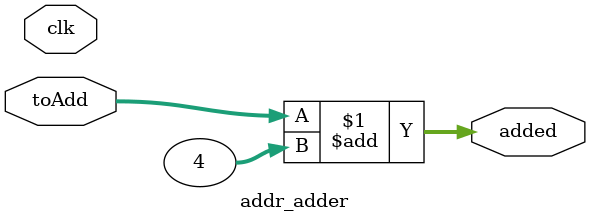
<source format=sv>
module addr_adder(clk, toAdd, added);
	input logic clk;
	input logic [31:0] toAdd;
	output logic [31:0] added;
	
	// add four to the input
	assign added = toAdd + 4;
endmodule

</source>
